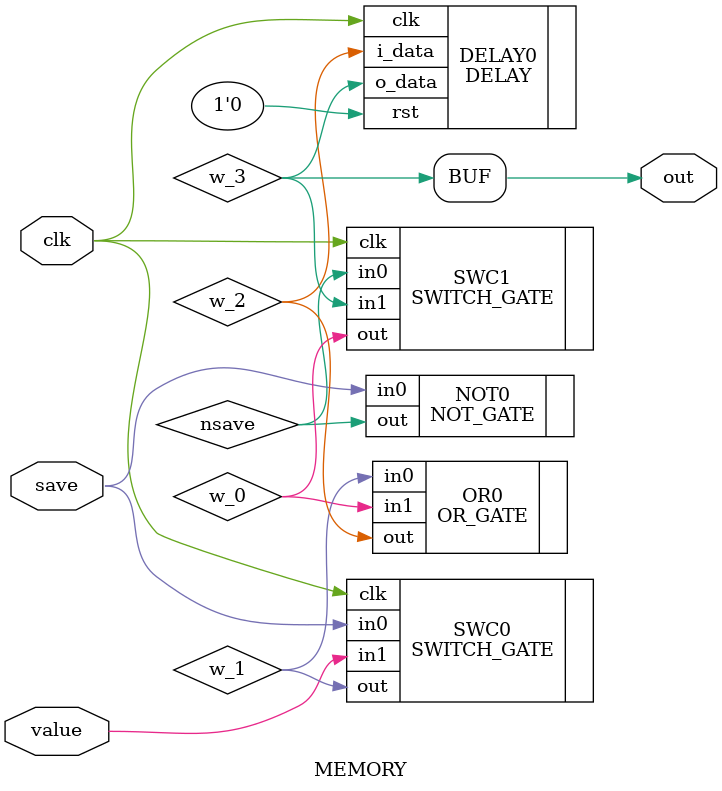
<source format=v>
module MEMORY(
    input wire clk,
     input wire       save,
     input wire         value,
     output wire       out
);
    SWITCH_GATE SWC0(
        .clk(clk),
        .in0    (save    ),
        .in1    (value    ),
        .out    (w_1    )
    );
    NOT_GATE NOT0(
        .in0    (save    ),
        .out    (nsave    )
    );
    OR_GATE OR0(
        .in0    (w_1    ),
        .in1    (w_0    ),
        .out    (w_2    )
    );
    DELAY DELAY0(
        .clk    (clk    ),
        .rst    (1'b0    ),
        .i_data    (w_2    ),
        .o_data    (w_3    )
    );
    SWITCH_GATE SWC1(
        .clk(clk),
        .in0    (nsave    ),
        .in1    (w_3    ),
        .out    (w_0    )
    );
assign out = w_3;
endmodule

</source>
